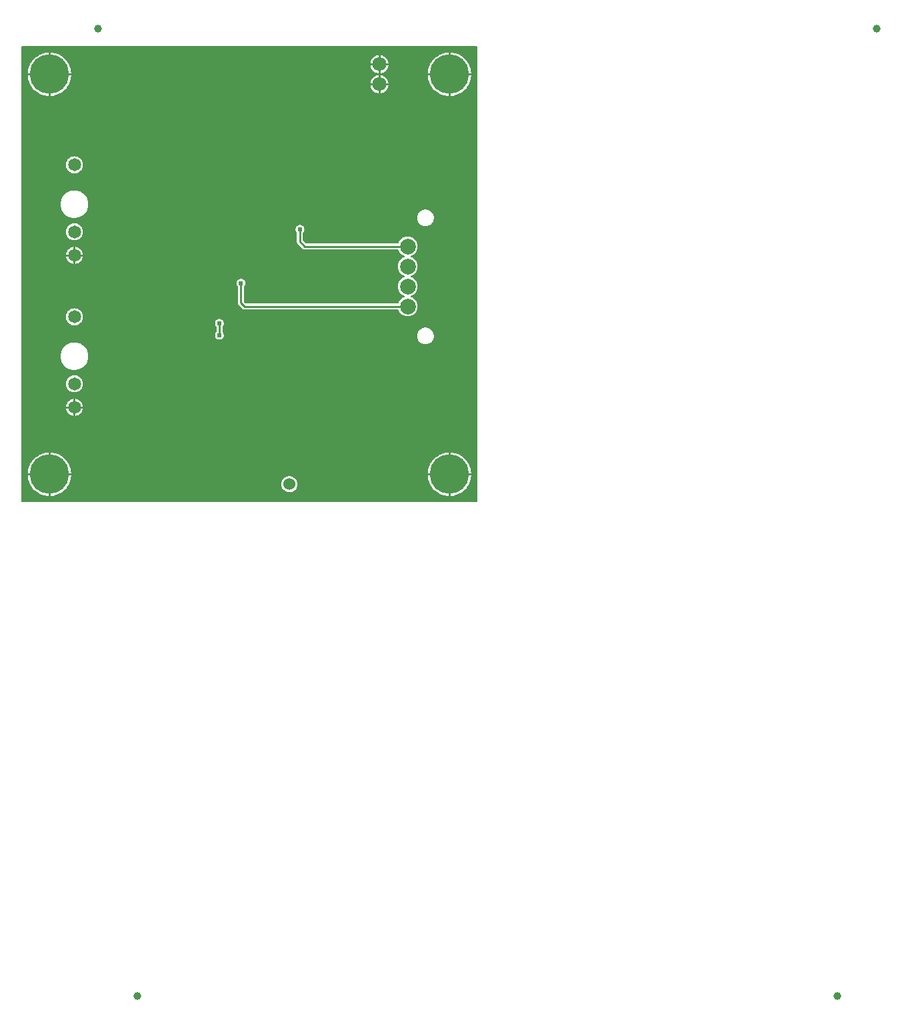
<source format=gbl>
G04 Layer: BottomLayer*
G04 Panelize: V-CUT, Column: 2, Row: 2, Board Size: 58.42mm x 58.42mm, Panelized Board Size: 118.84mm x 118.84mm*
G04 EasyEDA v6.5.32, 2023-07-25 14:04:49*
G04 78adb3c971e143a89decd24a0aaa9f3b,5a6b42c53f6a479593ecc07194224c93,10*
G04 Gerber Generator version 0.2*
G04 Scale: 100 percent, Rotated: No, Reflected: No *
G04 Dimensions in millimeters *
G04 leading zeros omitted , absolute positions ,4 integer and 5 decimal *
%FSLAX45Y45*%
%MOMM*%

%ADD10C,0.2540*%
%ADD11C,1.0000*%
%ADD12C,1.6500*%
%ADD13C,5.0000*%
%ADD14C,2.0000*%
%ADD15C,1.8000*%
%ADD16C,1.5240*%
%ADD17C,0.6096*%
%ADD18C,0.0152*%

%LPD*%
G36*
X5805932Y25908D02*
G01*
X36068Y26416D01*
X32156Y27178D01*
X28905Y29362D01*
X26670Y32664D01*
X25908Y36576D01*
X25908Y5805932D01*
X26670Y5809843D01*
X28905Y5813094D01*
X32156Y5815330D01*
X36068Y5816092D01*
X5805932Y5816092D01*
X5809843Y5815330D01*
X5813094Y5813094D01*
X5815330Y5809843D01*
X5816092Y5805932D01*
X5816092Y36068D01*
X5815330Y32207D01*
X5813094Y28905D01*
X5809843Y26670D01*
G37*

%LPC*%
G36*
X4584700Y5600700D02*
G01*
X4687112Y5600700D01*
X4686960Y5602528D01*
X4684268Y5616803D01*
X4679746Y5630672D01*
X4673549Y5643829D01*
X4665776Y5656122D01*
X4656480Y5667349D01*
X4645863Y5677306D01*
X4634077Y5685840D01*
X4621326Y5692851D01*
X4607814Y5698236D01*
X4593691Y5701842D01*
X4584700Y5702960D01*
G37*
G36*
X393700Y105562D02*
G01*
X398322Y105664D01*
X421284Y108051D01*
X443992Y112369D01*
X466242Y118618D01*
X487934Y126644D01*
X508812Y136499D01*
X528828Y148031D01*
X547827Y161239D01*
X565607Y175971D01*
X582117Y192125D01*
X597204Y209600D01*
X610819Y228295D01*
X622757Y248107D01*
X633018Y268782D01*
X641553Y290271D01*
X648208Y312369D01*
X653034Y334975D01*
X655929Y357936D01*
X656336Y368300D01*
X393700Y368300D01*
G37*
G36*
X5448300Y105613D02*
G01*
X5448300Y368300D01*
X5185410Y368300D01*
X5187289Y346405D01*
X5191150Y323646D01*
X5196890Y301244D01*
X5204460Y279450D01*
X5213858Y258317D01*
X5224983Y238099D01*
X5237784Y218846D01*
X5252161Y200710D01*
X5267960Y183896D01*
X5285130Y168402D01*
X5303520Y154432D01*
X5323027Y142087D01*
X5343499Y131368D01*
X5364835Y122428D01*
X5386781Y115265D01*
X5409285Y109982D01*
X5432145Y106629D01*
G37*
G36*
X368300Y105613D02*
G01*
X368300Y368300D01*
X105410Y368300D01*
X107289Y346405D01*
X111150Y323646D01*
X116890Y301244D01*
X124460Y279450D01*
X133858Y258317D01*
X144983Y238099D01*
X157784Y218846D01*
X172161Y200710D01*
X187960Y183896D01*
X205130Y168402D01*
X223520Y154432D01*
X243027Y142087D01*
X263499Y131368D01*
X284835Y122428D01*
X306781Y115265D01*
X329285Y109982D01*
X352145Y106629D01*
G37*
G36*
X3425596Y151993D02*
G01*
X3439210Y152450D01*
X3452672Y154686D01*
X3465677Y158750D01*
X3478072Y164490D01*
X3489553Y171805D01*
X3499967Y180644D01*
X3509111Y190754D01*
X3516833Y201980D01*
X3522979Y214172D01*
X3527450Y227025D01*
X3530193Y240385D01*
X3531108Y254000D01*
X3530193Y267614D01*
X3527450Y280974D01*
X3522979Y293878D01*
X3516833Y306019D01*
X3509111Y317246D01*
X3499967Y327406D01*
X3489553Y336194D01*
X3478072Y343509D01*
X3465677Y349250D01*
X3452672Y353314D01*
X3439210Y355600D01*
X3425596Y356006D01*
X3412032Y354685D01*
X3398774Y351485D01*
X3386023Y346608D01*
X3374085Y340055D01*
X3363112Y331978D01*
X3353308Y322478D01*
X3344824Y311759D01*
X3337864Y300024D01*
X3332581Y287477D01*
X3328974Y274320D01*
X3327146Y260807D01*
X3327146Y247192D01*
X3328974Y233679D01*
X3332581Y220522D01*
X3337864Y207975D01*
X3344824Y196240D01*
X3353308Y185521D01*
X3363112Y176022D01*
X3374085Y167944D01*
X3386023Y161391D01*
X3398774Y156514D01*
X3412032Y153314D01*
G37*
G36*
X393700Y393700D02*
G01*
X656336Y393700D01*
X655929Y404063D01*
X653034Y427024D01*
X648208Y449630D01*
X641553Y471728D01*
X633018Y493217D01*
X622757Y513892D01*
X610819Y533704D01*
X597204Y552348D01*
X582117Y569874D01*
X565607Y586028D01*
X547827Y600760D01*
X528828Y613968D01*
X508812Y625500D01*
X487934Y635355D01*
X466242Y643382D01*
X443992Y649630D01*
X421284Y653948D01*
X398322Y656336D01*
X393700Y656437D01*
G37*
G36*
X5473700Y393700D02*
G01*
X5736336Y393700D01*
X5735929Y404063D01*
X5733034Y427024D01*
X5728208Y449630D01*
X5721553Y471728D01*
X5713018Y493217D01*
X5702757Y513892D01*
X5690819Y533704D01*
X5677204Y552348D01*
X5662117Y569874D01*
X5645607Y586028D01*
X5627827Y600760D01*
X5608828Y613968D01*
X5588812Y625500D01*
X5567934Y635355D01*
X5546242Y643382D01*
X5523992Y649630D01*
X5501284Y653948D01*
X5478322Y656336D01*
X5473700Y656437D01*
G37*
G36*
X5185410Y393700D02*
G01*
X5448300Y393700D01*
X5448300Y656386D01*
X5432145Y655370D01*
X5409285Y652018D01*
X5386781Y646734D01*
X5364835Y639572D01*
X5343499Y630631D01*
X5323027Y619912D01*
X5303520Y607568D01*
X5285130Y593598D01*
X5267960Y578104D01*
X5252161Y561289D01*
X5237784Y543153D01*
X5224983Y523900D01*
X5213858Y503682D01*
X5204460Y482549D01*
X5196890Y460756D01*
X5191150Y438353D01*
X5187289Y415594D01*
G37*
G36*
X105410Y393700D02*
G01*
X368300Y393700D01*
X368300Y656386D01*
X352145Y655370D01*
X329285Y652018D01*
X306781Y646734D01*
X284835Y639572D01*
X263499Y630631D01*
X243027Y619912D01*
X223520Y607568D01*
X205130Y593598D01*
X187960Y578104D01*
X172161Y561289D01*
X157784Y543153D01*
X144983Y523900D01*
X133858Y503682D01*
X124460Y482549D01*
X116890Y460756D01*
X111150Y438353D01*
X107289Y415594D01*
G37*
G36*
X685800Y1122019D02*
G01*
X685800Y1216914D01*
X590956Y1216914D01*
X591058Y1215440D01*
X593801Y1201521D01*
X598373Y1188110D01*
X604621Y1175410D01*
X612495Y1163624D01*
X621842Y1152956D01*
X632510Y1143609D01*
X644296Y1135735D01*
X657047Y1129436D01*
X670458Y1124915D01*
X684377Y1122121D01*
G37*
G36*
X711200Y1122019D02*
G01*
X712622Y1122121D01*
X726541Y1124915D01*
X739952Y1129436D01*
X752703Y1135735D01*
X764489Y1143609D01*
X775157Y1152956D01*
X784504Y1163624D01*
X792378Y1175410D01*
X798626Y1188110D01*
X803198Y1201521D01*
X805942Y1215440D01*
X806043Y1216914D01*
X711200Y1216914D01*
G37*
G36*
X590956Y1242314D02*
G01*
X685800Y1242314D01*
X685800Y1337157D01*
X684377Y1337056D01*
X670458Y1334312D01*
X657047Y1329740D01*
X644296Y1323441D01*
X632510Y1315567D01*
X621842Y1306220D01*
X612495Y1295552D01*
X604621Y1283766D01*
X598373Y1271066D01*
X593801Y1257655D01*
X591058Y1243736D01*
G37*
G36*
X711200Y1242314D02*
G01*
X806043Y1242314D01*
X805942Y1243736D01*
X803198Y1257655D01*
X798626Y1271066D01*
X792378Y1283766D01*
X784504Y1295552D01*
X775157Y1306220D01*
X764489Y1315567D01*
X752703Y1323441D01*
X739952Y1329740D01*
X726541Y1334312D01*
X712622Y1337056D01*
X711200Y1337157D01*
G37*
G36*
X698500Y1421231D02*
G01*
X712622Y1422146D01*
X726541Y1424940D01*
X739952Y1429461D01*
X752703Y1435760D01*
X764489Y1443634D01*
X775157Y1452981D01*
X784504Y1463649D01*
X792378Y1475435D01*
X798626Y1488135D01*
X803198Y1501546D01*
X805942Y1515465D01*
X806907Y1529638D01*
X805942Y1543761D01*
X803198Y1557680D01*
X798626Y1571091D01*
X792378Y1583791D01*
X784504Y1595577D01*
X775157Y1606245D01*
X764489Y1615592D01*
X752703Y1623466D01*
X739952Y1629765D01*
X726541Y1634337D01*
X712622Y1637080D01*
X698500Y1637995D01*
X684377Y1637080D01*
X670458Y1634337D01*
X657047Y1629765D01*
X644296Y1623466D01*
X632510Y1615592D01*
X621842Y1606245D01*
X612495Y1595577D01*
X604621Y1583791D01*
X598373Y1571091D01*
X593801Y1557680D01*
X591058Y1543761D01*
X590092Y1529638D01*
X591058Y1515465D01*
X593801Y1501546D01*
X598373Y1488135D01*
X604621Y1475435D01*
X612495Y1463649D01*
X621842Y1452981D01*
X632510Y1443634D01*
X644296Y1435760D01*
X657047Y1429461D01*
X670458Y1424940D01*
X684377Y1422146D01*
G37*
G36*
X703021Y1703781D02*
G01*
X721106Y1705152D01*
X738886Y1708404D01*
X756310Y1713484D01*
X773074Y1720291D01*
X789025Y1728825D01*
X804062Y1738934D01*
X817981Y1750517D01*
X830630Y1763471D01*
X841857Y1777695D01*
X851560Y1792986D01*
X859688Y1809140D01*
X866038Y1826107D01*
X870661Y1843633D01*
X873455Y1861515D01*
X874369Y1879600D01*
X873455Y1897684D01*
X870661Y1915566D01*
X866038Y1933092D01*
X859688Y1950059D01*
X851560Y1966214D01*
X841857Y1981504D01*
X830630Y1995728D01*
X817981Y2008682D01*
X804062Y2020265D01*
X789025Y2030374D01*
X773074Y2038908D01*
X756310Y2045716D01*
X738886Y2050796D01*
X721106Y2054047D01*
X703021Y2055418D01*
X684936Y2054961D01*
X666953Y2052624D01*
X649325Y2048510D01*
X632256Y2042515D01*
X615848Y2034844D01*
X600303Y2025548D01*
X585825Y2014677D01*
X572516Y2002383D01*
X560578Y1988769D01*
X550062Y1973986D01*
X541172Y1958238D01*
X533908Y1941626D01*
X528421Y1924405D01*
X524713Y1906676D01*
X522833Y1888642D01*
X522833Y1870557D01*
X524713Y1852523D01*
X528421Y1834794D01*
X533908Y1817573D01*
X541172Y1800961D01*
X550062Y1785213D01*
X560578Y1770430D01*
X572516Y1756816D01*
X585825Y1744522D01*
X600303Y1733651D01*
X615848Y1724355D01*
X632256Y1716684D01*
X649325Y1710689D01*
X666953Y1706575D01*
X684936Y1704238D01*
G37*
G36*
X5156250Y2031034D02*
G01*
X5170068Y2031898D01*
X5183632Y2034641D01*
X5196738Y2039061D01*
X5209184Y2045207D01*
X5220665Y2052878D01*
X5231079Y2062022D01*
X5240223Y2072436D01*
X5247944Y2083968D01*
X5254040Y2096363D01*
X5258511Y2109520D01*
X5261203Y2123084D01*
X5262118Y2136902D01*
X5261203Y2150719D01*
X5258511Y2164283D01*
X5254040Y2177440D01*
X5247944Y2189835D01*
X5240223Y2201367D01*
X5231079Y2211781D01*
X5220665Y2220925D01*
X5209184Y2228596D01*
X5196738Y2234742D01*
X5183632Y2239162D01*
X5170068Y2241905D01*
X5156250Y2242769D01*
X5142382Y2241905D01*
X5128818Y2239162D01*
X5115712Y2234742D01*
X5103266Y2228596D01*
X5091785Y2220925D01*
X5081371Y2211781D01*
X5072227Y2201367D01*
X5064506Y2189835D01*
X5058410Y2177440D01*
X5053939Y2164283D01*
X5051247Y2150719D01*
X5050332Y2136902D01*
X5051247Y2123084D01*
X5053939Y2109520D01*
X5058410Y2096363D01*
X5064506Y2083968D01*
X5072227Y2072436D01*
X5081371Y2062022D01*
X5091785Y2052878D01*
X5103266Y2045207D01*
X5115712Y2039061D01*
X5128818Y2034641D01*
X5142382Y2031898D01*
G37*
G36*
X2540000Y2089962D02*
G01*
X2549804Y2090826D01*
X2559253Y2093366D01*
X2568194Y2097481D01*
X2576220Y2103120D01*
X2583180Y2110079D01*
X2588818Y2118106D01*
X2592933Y2127046D01*
X2595473Y2136495D01*
X2596337Y2146300D01*
X2595473Y2156104D01*
X2592933Y2165553D01*
X2588818Y2174494D01*
X2583180Y2182520D01*
X2581605Y2184095D01*
X2579370Y2187397D01*
X2578608Y2191308D01*
X2578608Y2253691D01*
X2579370Y2257602D01*
X2581605Y2260904D01*
X2583180Y2262479D01*
X2588818Y2270506D01*
X2592933Y2279446D01*
X2595473Y2288895D01*
X2596337Y2298700D01*
X2595473Y2308504D01*
X2592933Y2317953D01*
X2588818Y2326894D01*
X2583180Y2334920D01*
X2576220Y2341880D01*
X2568194Y2347518D01*
X2559253Y2351633D01*
X2549804Y2354173D01*
X2540000Y2355037D01*
X2530195Y2354173D01*
X2520746Y2351633D01*
X2511806Y2347518D01*
X2503779Y2341880D01*
X2496820Y2334920D01*
X2491181Y2326894D01*
X2487066Y2317953D01*
X2484526Y2308504D01*
X2483662Y2298700D01*
X2484526Y2288895D01*
X2487066Y2279446D01*
X2491181Y2270506D01*
X2496820Y2262479D01*
X2498394Y2260904D01*
X2500630Y2257602D01*
X2501392Y2253691D01*
X2501392Y2191308D01*
X2500630Y2187397D01*
X2498394Y2184095D01*
X2496820Y2182520D01*
X2491181Y2174494D01*
X2487066Y2165553D01*
X2484526Y2156104D01*
X2483662Y2146300D01*
X2484526Y2136495D01*
X2487066Y2127046D01*
X2491181Y2118106D01*
X2496820Y2110079D01*
X2503779Y2103120D01*
X2511806Y2097481D01*
X2520746Y2093366D01*
X2530195Y2090826D01*
G37*
G36*
X698500Y2271217D02*
G01*
X712622Y2272131D01*
X726541Y2274925D01*
X739952Y2279446D01*
X752703Y2285746D01*
X764489Y2293620D01*
X775157Y2302967D01*
X784504Y2313635D01*
X792378Y2325420D01*
X798626Y2338120D01*
X803198Y2351532D01*
X805942Y2365451D01*
X806907Y2379624D01*
X805942Y2393746D01*
X803198Y2407666D01*
X798626Y2421077D01*
X792378Y2433777D01*
X784504Y2445562D01*
X775157Y2456230D01*
X764489Y2465578D01*
X752703Y2473452D01*
X739952Y2479751D01*
X726541Y2484323D01*
X712622Y2487066D01*
X698500Y2487980D01*
X684377Y2487066D01*
X670458Y2484323D01*
X657047Y2479751D01*
X644296Y2473452D01*
X632510Y2465578D01*
X621842Y2456230D01*
X612495Y2445562D01*
X604621Y2433777D01*
X598373Y2421077D01*
X593801Y2407666D01*
X591058Y2393746D01*
X590092Y2379624D01*
X591058Y2365451D01*
X593801Y2351532D01*
X598373Y2338120D01*
X604621Y2325420D01*
X612495Y2313635D01*
X621842Y2302967D01*
X632510Y2293620D01*
X644296Y2285746D01*
X657047Y2279446D01*
X670458Y2274925D01*
X684377Y2272131D01*
G37*
G36*
X4931206Y2386279D02*
G01*
X4946396Y2387193D01*
X4961331Y2389936D01*
X4975860Y2394458D01*
X4989728Y2400706D01*
X5002733Y2408580D01*
X5014722Y2417927D01*
X5025440Y2428697D01*
X5034838Y2440635D01*
X5042662Y2453690D01*
X5048910Y2467508D01*
X5053431Y2482037D01*
X5056174Y2496972D01*
X5057089Y2512161D01*
X5056174Y2527350D01*
X5053431Y2542286D01*
X5048910Y2556814D01*
X5042662Y2570683D01*
X5034838Y2583688D01*
X5025440Y2595626D01*
X5014722Y2606395D01*
X5002733Y2615793D01*
X4989728Y2623616D01*
X4975809Y2629916D01*
X4972659Y2632151D01*
X4970526Y2635351D01*
X4969814Y2639161D01*
X4970526Y2642971D01*
X4972659Y2646222D01*
X4975809Y2648458D01*
X4989728Y2654706D01*
X5002733Y2662580D01*
X5014722Y2671927D01*
X5025440Y2682697D01*
X5034838Y2694635D01*
X5042662Y2707690D01*
X5048910Y2721508D01*
X5053431Y2736037D01*
X5056174Y2750972D01*
X5057089Y2766161D01*
X5056174Y2781350D01*
X5053431Y2796286D01*
X5048910Y2810814D01*
X5042662Y2824683D01*
X5034838Y2837688D01*
X5025440Y2849626D01*
X5014722Y2860395D01*
X5002733Y2869793D01*
X4989728Y2877616D01*
X4975809Y2883916D01*
X4972659Y2886151D01*
X4970526Y2889351D01*
X4969814Y2893161D01*
X4970526Y2896971D01*
X4972659Y2900222D01*
X4975809Y2902458D01*
X4989728Y2908706D01*
X5002733Y2916580D01*
X5014722Y2925927D01*
X5025440Y2936697D01*
X5034838Y2948635D01*
X5042662Y2961690D01*
X5048910Y2975508D01*
X5053431Y2990037D01*
X5056174Y3004972D01*
X5057089Y3020161D01*
X5056174Y3035350D01*
X5053431Y3050286D01*
X5048910Y3064814D01*
X5042662Y3078683D01*
X5034838Y3091688D01*
X5025440Y3103626D01*
X5014722Y3114395D01*
X5002733Y3123793D01*
X4989728Y3131616D01*
X4975809Y3137916D01*
X4972659Y3140151D01*
X4970526Y3143351D01*
X4969814Y3147161D01*
X4970526Y3150971D01*
X4972659Y3154222D01*
X4975809Y3156458D01*
X4989728Y3162706D01*
X5002733Y3170580D01*
X5014722Y3179927D01*
X5025440Y3190697D01*
X5034838Y3202635D01*
X5042662Y3215690D01*
X5048910Y3229508D01*
X5053431Y3244037D01*
X5056174Y3258972D01*
X5057089Y3274161D01*
X5056174Y3289350D01*
X5053431Y3304286D01*
X5048910Y3318814D01*
X5042662Y3332683D01*
X5034838Y3345687D01*
X5025440Y3357626D01*
X5014722Y3368395D01*
X5002733Y3377793D01*
X4989728Y3385616D01*
X4975860Y3391865D01*
X4961331Y3396386D01*
X4946396Y3399129D01*
X4931206Y3400044D01*
X4916017Y3399129D01*
X4901082Y3396386D01*
X4886553Y3391865D01*
X4872736Y3385616D01*
X4859680Y3377793D01*
X4847742Y3368395D01*
X4836972Y3357626D01*
X4827625Y3345687D01*
X4819751Y3332683D01*
X4813554Y3318916D01*
X4811318Y3315766D01*
X4808067Y3313633D01*
X4804308Y3312922D01*
X3642004Y3312922D01*
X3638092Y3313684D01*
X3634790Y3315919D01*
X3603701Y3347008D01*
X3601465Y3350310D01*
X3600704Y3354222D01*
X3600704Y3447389D01*
X3601465Y3451301D01*
X3603701Y3454603D01*
X3605377Y3456279D01*
X3611016Y3464306D01*
X3615131Y3473246D01*
X3617671Y3482695D01*
X3618534Y3492500D01*
X3617671Y3502304D01*
X3615131Y3511753D01*
X3611016Y3520694D01*
X3605377Y3528720D01*
X3598418Y3535679D01*
X3590391Y3541318D01*
X3581450Y3545433D01*
X3572001Y3547973D01*
X3562197Y3548837D01*
X3552393Y3547973D01*
X3542944Y3545433D01*
X3534003Y3541318D01*
X3525977Y3535679D01*
X3519017Y3528720D01*
X3513378Y3520694D01*
X3509264Y3511753D01*
X3506724Y3502304D01*
X3505860Y3492500D01*
X3506724Y3482695D01*
X3509264Y3473246D01*
X3513378Y3464306D01*
X3519017Y3456279D01*
X3520490Y3454806D01*
X3522726Y3451504D01*
X3523487Y3447592D01*
X3523487Y3334512D01*
X3524300Y3326485D01*
X3526485Y3319272D01*
X3530041Y3312566D01*
X3535172Y3306368D01*
X3594150Y3247390D01*
X3600348Y3242259D01*
X3607054Y3238703D01*
X3614267Y3236518D01*
X3622294Y3235706D01*
X4804156Y3235706D01*
X4807966Y3234994D01*
X4811217Y3232861D01*
X4813401Y3229711D01*
X4819751Y3215690D01*
X4827625Y3202635D01*
X4836972Y3190697D01*
X4847742Y3179927D01*
X4859680Y3170580D01*
X4872736Y3162706D01*
X4886655Y3156458D01*
X4889804Y3154222D01*
X4891887Y3150971D01*
X4892649Y3147161D01*
X4891887Y3143351D01*
X4889804Y3140151D01*
X4886655Y3137916D01*
X4872736Y3131616D01*
X4859680Y3123793D01*
X4847742Y3114395D01*
X4836972Y3103626D01*
X4827625Y3091688D01*
X4819751Y3078683D01*
X4813503Y3064814D01*
X4808982Y3050286D01*
X4806238Y3035350D01*
X4805324Y3020161D01*
X4806238Y3004972D01*
X4808982Y2990037D01*
X4813503Y2975508D01*
X4819751Y2961690D01*
X4827625Y2948635D01*
X4836972Y2936697D01*
X4847742Y2925927D01*
X4859680Y2916580D01*
X4872736Y2908706D01*
X4886655Y2902458D01*
X4889804Y2900222D01*
X4891887Y2896971D01*
X4892649Y2893161D01*
X4891887Y2889351D01*
X4889804Y2886151D01*
X4886655Y2883916D01*
X4872736Y2877616D01*
X4859680Y2869793D01*
X4847742Y2860395D01*
X4836972Y2849626D01*
X4827625Y2837688D01*
X4819751Y2824683D01*
X4813503Y2810814D01*
X4808982Y2796286D01*
X4806238Y2781350D01*
X4805324Y2766161D01*
X4806238Y2750972D01*
X4808982Y2736037D01*
X4813503Y2721508D01*
X4819751Y2707690D01*
X4827625Y2694635D01*
X4836972Y2682697D01*
X4847742Y2671927D01*
X4859680Y2662580D01*
X4872736Y2654706D01*
X4886655Y2648458D01*
X4889804Y2646222D01*
X4891887Y2642971D01*
X4892649Y2639161D01*
X4891887Y2635351D01*
X4889804Y2632151D01*
X4886655Y2629916D01*
X4872736Y2623616D01*
X4859680Y2615793D01*
X4847742Y2606395D01*
X4836972Y2595626D01*
X4827625Y2583688D01*
X4819751Y2570683D01*
X4813554Y2556916D01*
X4811318Y2553766D01*
X4808067Y2551633D01*
X4804308Y2550922D01*
X2880156Y2550922D01*
X2876296Y2551684D01*
X2872994Y2553868D01*
X2854909Y2571851D01*
X2852674Y2575153D01*
X2851912Y2579065D01*
X2851912Y2761792D01*
X2852674Y2765704D01*
X2854909Y2769006D01*
X2856382Y2770479D01*
X2862021Y2778506D01*
X2866136Y2787446D01*
X2868676Y2796895D01*
X2869539Y2806700D01*
X2868676Y2816504D01*
X2866136Y2825953D01*
X2862021Y2834894D01*
X2856382Y2842920D01*
X2849422Y2849880D01*
X2841396Y2855518D01*
X2832455Y2859633D01*
X2823006Y2862173D01*
X2813202Y2863037D01*
X2803398Y2862173D01*
X2793949Y2859633D01*
X2785008Y2855518D01*
X2776982Y2849880D01*
X2770022Y2842920D01*
X2764383Y2834894D01*
X2760268Y2825953D01*
X2757728Y2816504D01*
X2756865Y2806700D01*
X2757728Y2796895D01*
X2760268Y2787446D01*
X2764383Y2778506D01*
X2770022Y2770479D01*
X2771698Y2768803D01*
X2773934Y2765501D01*
X2774696Y2761589D01*
X2774696Y2559304D01*
X2775508Y2551277D01*
X2777693Y2544064D01*
X2781249Y2537358D01*
X2786329Y2531160D01*
X2832455Y2485288D01*
X2838602Y2480259D01*
X2845308Y2476703D01*
X2852521Y2474518D01*
X2860548Y2473706D01*
X4804156Y2473706D01*
X4807966Y2472994D01*
X4811217Y2470861D01*
X4813401Y2467711D01*
X4819751Y2453690D01*
X4827625Y2440635D01*
X4836972Y2428697D01*
X4847742Y2417927D01*
X4859680Y2408580D01*
X4872736Y2400706D01*
X4886553Y2394458D01*
X4901082Y2389936D01*
X4916017Y2387193D01*
G37*
G36*
X4456887Y5600700D02*
G01*
X4559300Y5600700D01*
X4559300Y5702960D01*
X4550308Y5701842D01*
X4536186Y5698236D01*
X4522673Y5692851D01*
X4509922Y5685840D01*
X4498136Y5677306D01*
X4487519Y5667349D01*
X4478223Y5656122D01*
X4470450Y5643829D01*
X4464253Y5630672D01*
X4459732Y5616803D01*
X4457039Y5602528D01*
G37*
G36*
X685800Y3052419D02*
G01*
X685800Y3147263D01*
X590956Y3147263D01*
X591058Y3145840D01*
X593801Y3131921D01*
X598373Y3118510D01*
X604621Y3105810D01*
X612495Y3094024D01*
X621842Y3083356D01*
X632510Y3074009D01*
X644296Y3066135D01*
X657047Y3059836D01*
X670458Y3055315D01*
X684377Y3052521D01*
G37*
G36*
X711200Y3052419D02*
G01*
X712673Y3052521D01*
X726541Y3055315D01*
X740003Y3059836D01*
X752703Y3066135D01*
X764489Y3074009D01*
X775157Y3083356D01*
X784504Y3094024D01*
X792378Y3105810D01*
X798626Y3118510D01*
X803198Y3131921D01*
X805942Y3145840D01*
X806043Y3147263D01*
X711200Y3147263D01*
G37*
G36*
X5473700Y105562D02*
G01*
X5478322Y105664D01*
X5501284Y108051D01*
X5523992Y112369D01*
X5546242Y118618D01*
X5567934Y126644D01*
X5588812Y136499D01*
X5608828Y148031D01*
X5627827Y161239D01*
X5645607Y175971D01*
X5662117Y192125D01*
X5677204Y209600D01*
X5690819Y228295D01*
X5702757Y248107D01*
X5713018Y268782D01*
X5721553Y290271D01*
X5728208Y312369D01*
X5733034Y334975D01*
X5735929Y357936D01*
X5736336Y368300D01*
X5473700Y368300D01*
G37*
G36*
X711200Y3172663D02*
G01*
X806043Y3172663D01*
X805942Y3174136D01*
X803198Y3188055D01*
X798626Y3201466D01*
X792378Y3214166D01*
X784504Y3225952D01*
X775157Y3236620D01*
X764489Y3245967D01*
X752703Y3253841D01*
X740003Y3260140D01*
X726541Y3264662D01*
X712673Y3267456D01*
X711200Y3267557D01*
G37*
G36*
X105410Y5473700D02*
G01*
X368300Y5473700D01*
X368300Y5736386D01*
X352145Y5735370D01*
X329285Y5732018D01*
X306781Y5726734D01*
X284835Y5719572D01*
X263499Y5710631D01*
X243027Y5699912D01*
X223520Y5687568D01*
X205130Y5673598D01*
X187960Y5658104D01*
X172161Y5641289D01*
X157784Y5623153D01*
X144983Y5603900D01*
X133858Y5583682D01*
X124460Y5562549D01*
X116890Y5540756D01*
X111150Y5518353D01*
X107289Y5495594D01*
G37*
G36*
X698500Y3351631D02*
G01*
X712673Y3352546D01*
X726541Y3355340D01*
X740003Y3359861D01*
X752703Y3366160D01*
X764489Y3374034D01*
X775157Y3383381D01*
X784504Y3394049D01*
X792378Y3405835D01*
X798626Y3418535D01*
X803198Y3431946D01*
X805942Y3445865D01*
X806907Y3459987D01*
X805942Y3474161D01*
X803198Y3488080D01*
X798626Y3501491D01*
X792378Y3514191D01*
X784504Y3525977D01*
X775157Y3536645D01*
X764489Y3545992D01*
X752703Y3553866D01*
X740003Y3560165D01*
X726541Y3564686D01*
X712673Y3567480D01*
X698500Y3568395D01*
X684377Y3567480D01*
X670458Y3564686D01*
X657047Y3560165D01*
X644296Y3553866D01*
X632510Y3545992D01*
X621842Y3536645D01*
X612495Y3525977D01*
X604621Y3514191D01*
X598373Y3501491D01*
X593801Y3488080D01*
X591058Y3474161D01*
X590092Y3459987D01*
X591058Y3445865D01*
X593801Y3431946D01*
X598373Y3418535D01*
X604621Y3405835D01*
X612495Y3394049D01*
X621842Y3383381D01*
X632510Y3374034D01*
X644296Y3366160D01*
X657047Y3359861D01*
X670458Y3355340D01*
X684377Y3352546D01*
G37*
G36*
X5156250Y3530904D02*
G01*
X5170068Y3531819D01*
X5183632Y3534511D01*
X5196738Y3538982D01*
X5209184Y3545078D01*
X5220665Y3552799D01*
X5231079Y3561943D01*
X5240223Y3572357D01*
X5247944Y3583838D01*
X5254040Y3596284D01*
X5258511Y3609390D01*
X5261203Y3622954D01*
X5262118Y3636772D01*
X5261203Y3650640D01*
X5258511Y3664204D01*
X5254040Y3677310D01*
X5247944Y3689756D01*
X5240223Y3701237D01*
X5231079Y3711651D01*
X5220665Y3720795D01*
X5209184Y3728516D01*
X5196738Y3734612D01*
X5183632Y3739083D01*
X5170068Y3741775D01*
X5156250Y3742690D01*
X5142382Y3741775D01*
X5128818Y3739083D01*
X5115712Y3734612D01*
X5103266Y3728516D01*
X5091785Y3720795D01*
X5081371Y3711651D01*
X5072227Y3701237D01*
X5064506Y3689756D01*
X5058410Y3677310D01*
X5053939Y3664204D01*
X5051247Y3650640D01*
X5050332Y3636772D01*
X5051247Y3622954D01*
X5053939Y3609390D01*
X5058410Y3596284D01*
X5064506Y3583838D01*
X5072227Y3572357D01*
X5081371Y3561943D01*
X5091785Y3552799D01*
X5103266Y3545078D01*
X5115712Y3538982D01*
X5128818Y3534511D01*
X5142382Y3531819D01*
G37*
G36*
X703021Y3634181D02*
G01*
X721106Y3635552D01*
X738886Y3638804D01*
X756310Y3643884D01*
X773074Y3650691D01*
X789025Y3659225D01*
X804062Y3669334D01*
X817981Y3680917D01*
X830630Y3693871D01*
X841857Y3708095D01*
X851560Y3723386D01*
X859688Y3739540D01*
X866038Y3756507D01*
X870661Y3774033D01*
X873455Y3791915D01*
X874369Y3810000D01*
X873455Y3828084D01*
X870661Y3845966D01*
X866038Y3863492D01*
X859688Y3880459D01*
X851560Y3896614D01*
X841857Y3911904D01*
X830630Y3926128D01*
X817981Y3939082D01*
X804062Y3950665D01*
X789025Y3960774D01*
X773074Y3969308D01*
X756310Y3976115D01*
X738886Y3981196D01*
X721106Y3984447D01*
X703021Y3985818D01*
X684936Y3985361D01*
X666953Y3983024D01*
X649325Y3978910D01*
X632256Y3972915D01*
X615848Y3965244D01*
X600303Y3955948D01*
X585825Y3945077D01*
X572516Y3932783D01*
X560578Y3919169D01*
X550062Y3904386D01*
X541172Y3888638D01*
X533908Y3872026D01*
X528421Y3854805D01*
X524713Y3837076D01*
X522833Y3819042D01*
X522833Y3800957D01*
X524713Y3782923D01*
X528421Y3765194D01*
X533908Y3747973D01*
X541172Y3731361D01*
X550062Y3715613D01*
X560578Y3700830D01*
X572516Y3687216D01*
X585825Y3674922D01*
X600303Y3664051D01*
X615848Y3654755D01*
X632256Y3647084D01*
X649325Y3641090D01*
X666953Y3636975D01*
X684936Y3634638D01*
G37*
G36*
X698500Y4201617D02*
G01*
X712673Y4202531D01*
X726541Y4205325D01*
X740003Y4209846D01*
X752703Y4216146D01*
X764489Y4224020D01*
X775157Y4233367D01*
X784504Y4244035D01*
X792378Y4255820D01*
X798626Y4268520D01*
X803198Y4281932D01*
X805942Y4295851D01*
X806907Y4309973D01*
X805942Y4324146D01*
X803198Y4338066D01*
X798626Y4351477D01*
X792378Y4364177D01*
X784504Y4375962D01*
X775157Y4386630D01*
X764489Y4395978D01*
X752703Y4403852D01*
X740003Y4410151D01*
X726541Y4414672D01*
X712673Y4417466D01*
X698500Y4418380D01*
X684377Y4417466D01*
X670458Y4414672D01*
X657047Y4410151D01*
X644296Y4403852D01*
X632510Y4395978D01*
X621842Y4386630D01*
X612495Y4375962D01*
X604621Y4364177D01*
X598373Y4351477D01*
X593801Y4338066D01*
X591058Y4324146D01*
X590092Y4309973D01*
X591058Y4295851D01*
X593801Y4281932D01*
X598373Y4268520D01*
X604621Y4255820D01*
X612495Y4244035D01*
X621842Y4233367D01*
X632510Y4224020D01*
X644296Y4216146D01*
X657047Y4209846D01*
X670458Y4205325D01*
X684377Y4202531D01*
G37*
G36*
X5473700Y5185562D02*
G01*
X5478322Y5185664D01*
X5501284Y5188051D01*
X5523992Y5192369D01*
X5546242Y5198618D01*
X5567934Y5206644D01*
X5588812Y5216499D01*
X5608828Y5228031D01*
X5627827Y5241239D01*
X5645607Y5255971D01*
X5662117Y5272125D01*
X5677204Y5289600D01*
X5690819Y5308295D01*
X5702757Y5328107D01*
X5713018Y5348782D01*
X5721553Y5370271D01*
X5728208Y5392369D01*
X5733034Y5414975D01*
X5735929Y5437936D01*
X5736336Y5448300D01*
X5473700Y5448300D01*
G37*
G36*
X393700Y5185562D02*
G01*
X398322Y5185664D01*
X421284Y5188051D01*
X443992Y5192369D01*
X466242Y5198618D01*
X487934Y5206644D01*
X508812Y5216499D01*
X528828Y5228031D01*
X547827Y5241239D01*
X565607Y5255971D01*
X582117Y5272125D01*
X597204Y5289600D01*
X610819Y5308295D01*
X622757Y5328107D01*
X633018Y5348782D01*
X641553Y5370271D01*
X648208Y5392369D01*
X653034Y5414975D01*
X655929Y5437936D01*
X656336Y5448300D01*
X393700Y5448300D01*
G37*
G36*
X5448300Y5185613D02*
G01*
X5448300Y5448300D01*
X5185410Y5448300D01*
X5187289Y5426405D01*
X5191150Y5403646D01*
X5196890Y5381244D01*
X5204460Y5359450D01*
X5213858Y5338318D01*
X5224983Y5318099D01*
X5237784Y5298846D01*
X5252161Y5280710D01*
X5267960Y5263896D01*
X5285130Y5248402D01*
X5303520Y5234432D01*
X5323027Y5222087D01*
X5343499Y5211368D01*
X5364835Y5202428D01*
X5386781Y5195265D01*
X5409285Y5189982D01*
X5432145Y5186629D01*
G37*
G36*
X368300Y5185613D02*
G01*
X368300Y5448300D01*
X105410Y5448300D01*
X107289Y5426405D01*
X111150Y5403646D01*
X116890Y5381244D01*
X124460Y5359450D01*
X133858Y5338318D01*
X144983Y5318099D01*
X157784Y5298846D01*
X172161Y5280710D01*
X187960Y5263896D01*
X205130Y5248402D01*
X223520Y5234432D01*
X243027Y5222087D01*
X263499Y5211368D01*
X284835Y5202428D01*
X306781Y5195265D01*
X329285Y5189982D01*
X352145Y5186629D01*
G37*
G36*
X4559300Y5219039D02*
G01*
X4559300Y5321300D01*
X4456887Y5321300D01*
X4457039Y5319471D01*
X4459732Y5305196D01*
X4464253Y5291328D01*
X4470450Y5278170D01*
X4478223Y5265877D01*
X4487519Y5254650D01*
X4498136Y5244693D01*
X4509922Y5236159D01*
X4522673Y5229148D01*
X4536186Y5223764D01*
X4550308Y5220157D01*
G37*
G36*
X4584700Y5219039D02*
G01*
X4593691Y5220157D01*
X4607814Y5223764D01*
X4621326Y5229148D01*
X4634077Y5236159D01*
X4645863Y5244693D01*
X4656480Y5254650D01*
X4665776Y5265877D01*
X4673549Y5278170D01*
X4679746Y5291328D01*
X4684268Y5305196D01*
X4686960Y5319471D01*
X4687112Y5321300D01*
X4584700Y5321300D01*
G37*
G36*
X4456887Y5346700D02*
G01*
X4559300Y5346700D01*
X4559300Y5448960D01*
X4550308Y5447842D01*
X4536186Y5444236D01*
X4522673Y5438851D01*
X4509922Y5431840D01*
X4498136Y5423306D01*
X4487519Y5413349D01*
X4478223Y5402122D01*
X4470450Y5389829D01*
X4464253Y5376672D01*
X4459732Y5362803D01*
X4457039Y5348528D01*
G37*
G36*
X4584700Y5346700D02*
G01*
X4687112Y5346700D01*
X4686960Y5348528D01*
X4684268Y5362803D01*
X4679746Y5376672D01*
X4673549Y5389829D01*
X4665776Y5402122D01*
X4656480Y5413349D01*
X4645863Y5423306D01*
X4634077Y5431840D01*
X4621326Y5438851D01*
X4607814Y5444236D01*
X4593691Y5447842D01*
X4584700Y5448960D01*
G37*
G36*
X4559300Y5473039D02*
G01*
X4559300Y5575300D01*
X4456887Y5575300D01*
X4457039Y5573471D01*
X4459732Y5559196D01*
X4464253Y5545328D01*
X4470450Y5532170D01*
X4478223Y5519877D01*
X4487519Y5508650D01*
X4498136Y5498693D01*
X4509922Y5490159D01*
X4522673Y5483148D01*
X4536186Y5477764D01*
X4550308Y5474157D01*
G37*
G36*
X4584700Y5473039D02*
G01*
X4593691Y5474157D01*
X4607814Y5477764D01*
X4621326Y5483148D01*
X4634077Y5490159D01*
X4645863Y5498693D01*
X4656480Y5508650D01*
X4665776Y5519877D01*
X4673549Y5532170D01*
X4679746Y5545328D01*
X4684268Y5559196D01*
X4686960Y5573471D01*
X4687112Y5575300D01*
X4584700Y5575300D01*
G37*
G36*
X393700Y5473700D02*
G01*
X656336Y5473700D01*
X655929Y5484063D01*
X653034Y5507024D01*
X648208Y5529630D01*
X641553Y5551728D01*
X633018Y5573217D01*
X622757Y5593892D01*
X610819Y5613704D01*
X597204Y5632348D01*
X582117Y5649874D01*
X565607Y5666028D01*
X547827Y5680760D01*
X528828Y5693968D01*
X508812Y5705500D01*
X487934Y5715355D01*
X466242Y5723382D01*
X443992Y5729630D01*
X421284Y5733948D01*
X398322Y5736336D01*
X393700Y5736437D01*
G37*
G36*
X5473700Y5473700D02*
G01*
X5736336Y5473700D01*
X5735929Y5484063D01*
X5733034Y5507024D01*
X5728208Y5529630D01*
X5721553Y5551728D01*
X5713018Y5573217D01*
X5702757Y5593892D01*
X5690819Y5613704D01*
X5677204Y5632348D01*
X5662117Y5649874D01*
X5645607Y5666028D01*
X5627827Y5680760D01*
X5608828Y5693968D01*
X5588812Y5705500D01*
X5567934Y5715355D01*
X5546242Y5723382D01*
X5523992Y5729630D01*
X5501284Y5733948D01*
X5478322Y5736336D01*
X5473700Y5736437D01*
G37*
G36*
X5185410Y5473700D02*
G01*
X5448300Y5473700D01*
X5448300Y5736386D01*
X5432145Y5735370D01*
X5409285Y5732018D01*
X5386781Y5726734D01*
X5364835Y5719572D01*
X5343499Y5710631D01*
X5323027Y5699912D01*
X5303520Y5687568D01*
X5285130Y5673598D01*
X5267960Y5658104D01*
X5252161Y5641289D01*
X5237784Y5623153D01*
X5224983Y5603900D01*
X5213858Y5583682D01*
X5204460Y5562549D01*
X5196890Y5540756D01*
X5191150Y5518353D01*
X5187289Y5495594D01*
G37*
G36*
X590956Y3172663D02*
G01*
X685800Y3172663D01*
X685800Y3267557D01*
X684377Y3267456D01*
X670458Y3264662D01*
X657047Y3260140D01*
X644296Y3253841D01*
X632510Y3245967D01*
X621842Y3236620D01*
X612495Y3225952D01*
X604621Y3214166D01*
X598373Y3201466D01*
X593801Y3188055D01*
X591058Y3174136D01*
G37*

%LPD*%
D10*
X4931156Y2512313D02*
G01*
X2860040Y2512313D01*
X2813304Y2558795D01*
X2813304Y2806700D01*
X4931156Y3274313D02*
G01*
X3621786Y3274313D01*
X3562095Y3334004D01*
X3562095Y3492500D01*
X2540000Y2146300D02*
G01*
X2540000Y2298700D01*
D11*
G01*
X999997Y6041999D03*
G01*
X10884001Y6041999D03*
G01*
X1499996Y-6241999D03*
G01*
X10384002Y-6241999D03*
D12*
G01*
X698500Y2379598D03*
G01*
X698500Y1529613D03*
G01*
X698500Y1229588D03*
G01*
X698500Y4309998D03*
G01*
X698500Y3460013D03*
G01*
X698500Y3159988D03*
D13*
G01*
X381000Y5461000D03*
G01*
X5461000Y5461000D03*
G01*
X5461000Y381000D03*
G01*
X381000Y381000D03*
D14*
G01*
X4931206Y3020187D03*
G01*
X4931206Y2766187D03*
G01*
X4931206Y2512187D03*
D15*
G01*
X4572000Y5588000D03*
G01*
X4572000Y5334000D03*
D14*
G01*
X4931206Y3274187D03*
D16*
G01*
X3429000Y254000D03*
D17*
G01*
X2813202Y2806700D03*
G01*
X3562197Y3492500D03*
G01*
X4800600Y2641600D03*
G01*
X2628900Y469900D03*
G01*
X3060700Y2146300D03*
G01*
X2628900Y3251200D03*
G01*
X2552700Y4051300D03*
G01*
X2540000Y2146300D03*
G01*
X2540000Y2298700D03*
G01*
X3594100Y2933700D03*
G01*
X4800600Y2895600D03*
M02*

</source>
